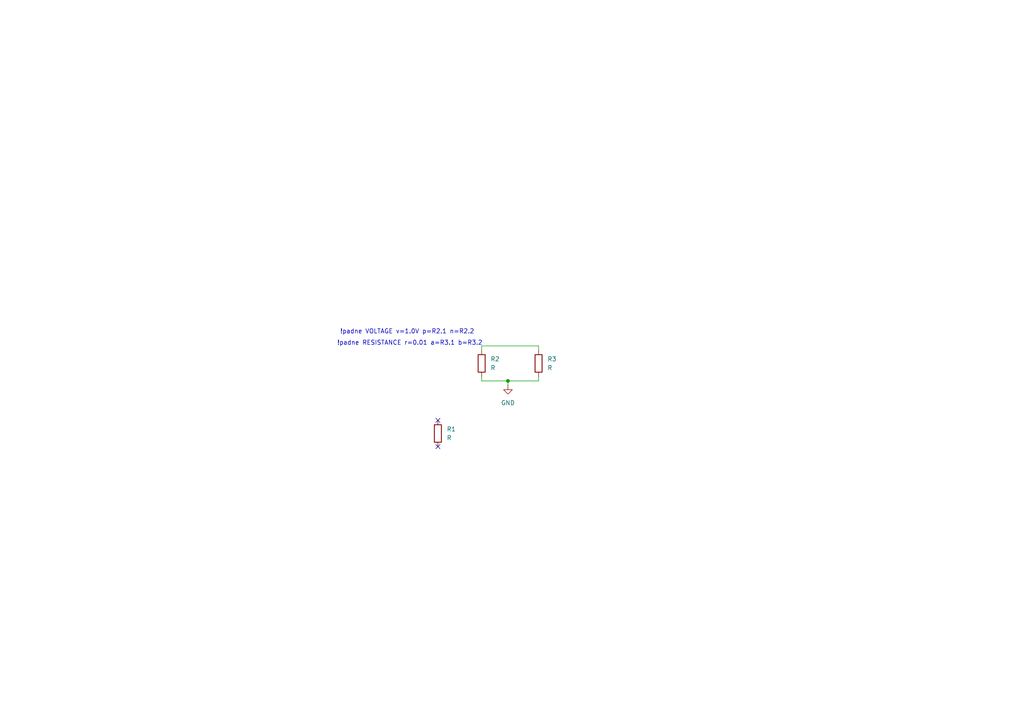
<source format=kicad_sch>
(kicad_sch (version 20231120) (generator "eeschema") (generator_version "8.0")
  (paper "A4")
  (lib_symbols
    (symbol "Device:R" (pin_numbers hide) (pin_names (offset 0))
      (property "Reference" "R" (at 2.032 0 90))
      (property "Value" "R" (at 0 0 90))
      (symbol "R_0_1"
        (rectangle (start -1.016 -2.54) (end 1.016 2.54) (stroke (width 0.254)))
      )
      (symbol "R_1_1"
        (pin passive line (at 0 3.81 270) (length 1.27) (name "~") (number "1"))
        (pin passive line (at 0 -3.81 90) (length 1.27) (name "~") (number "2"))
      )
    )
    (symbol "power:GND" (power) (pin_numbers hide) (pin_names (offset 0) hide)
      (property "Value" "GND" (at 0 -3.81 0))
      (symbol "GND_0_1"
        (polyline (pts (xy 0 0) (xy 0 -1.27) (xy 1.27 -1.27) (xy 0 -2.54) (xy -1.27 -1.27) (xy 0 -1.27)))
      )
      (symbol "GND_1_1"
        (pin power_in line (at 0 0 270) (length 0) (name "~") (number "1"))
      )
    )
  )
  (junction (at 147.32 110.49))
  (no_connect (at 127 129.54))
  (no_connect (at 127 121.92))
  (wire (pts (xy 156.21 100.33) (xy 156.21 101.6)))
  (wire (pts (xy 139.7 110.49) (xy 147.32 110.49)))
  (wire (pts (xy 139.7 110.49) (xy 139.7 109.22)))
  (wire (pts (xy 156.21 110.49) (xy 156.21 109.22)))
  (wire (pts (xy 147.32 110.49) (xy 147.32 111.76)))
  (wire (pts (xy 139.7 100.33) (xy 156.21 100.33)))
  (wire (pts (xy 147.32 110.49) (xy 156.21 110.49)))
  (wire (pts (xy 139.7 101.6) (xy 139.7 100.33)))
  (text "!padne VOLTAGE v=1.0V p=R2.1 n=R2.2" (at 118.11 96.266 0) (effects (font (size 1.27 1.27))))
  (text "!padne RESISTANCE r=0.01 a=R3.1 b=R3.2" (at 118.872 99.568 0) (effects (font (size 1.27 1.27))))
  (symbol (lib_id "Device:R") (at 139.7 105.41 0) (unit 1)
    (property "Reference" "R2" (at 142.24 104.1399 0) (effects (justify left)))
    (property "Value" "R" (at 142.24 106.6799 0) (effects (justify left)))
    (property "Footprint" "Resistor_SMD:R_0603_1608Metric" (effects (hide yes)))
    (property "Description" "Resistor" (effects (hide yes)))
  )
  (symbol (lib_id "Device:R") (at 156.21 105.41 0) (unit 1)
    (property "Reference" "R3" (at 158.75 104.1399 0) (effects (justify left)))
    (property "Value" "R" (at 158.75 106.6799 0) (effects (justify left)))
    (property "Footprint" "Resistor_SMD:R_0603_1608Metric" (effects (hide yes)))
    (property "Description" "Resistor" (effects (hide yes)))
  )
  (symbol (lib_id "Device:R") (at 127 125.73 0) (unit 1)
    (property "Reference" "R1" (at 129.54 124.4599 0) (effects (justify left)))
    (property "Value" "R" (at 129.54 126.9999 0) (effects (justify left)))
    (property "Footprint" "Resistor_SMD:R_0603_1608Metric" (effects (hide yes)))
    (property "Description" "Resistor" (effects (hide yes)))
  )
  (symbol (lib_id "power:GND") (at 147.32 111.76 0) (unit 1)
    (property "Reference" "#PWR01" (effects (hide yes)))
    (property "Value" "GND" (at 147.32 116.84 0))
    (property "Description" "Power symbol creates a global label with name \"GND\" , ground" (effects (hide yes)))
  )
)
</source>
